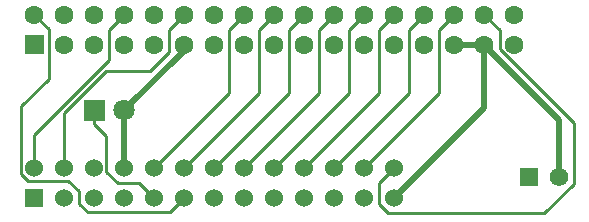
<source format=gbl>
G04 Layer: BottomLayer*
G04 EasyEDA v6.5.5, 2022-06-09 08:05:29*
G04 69c24ae5296d417eb78979a02e7a08e9,9bf960991b9d4efa812b5d32ee5e6833,10*
G04 Gerber Generator version 0.2*
G04 Scale: 100 percent, Rotated: No, Reflected: No *
G04 Dimensions in millimeters *
G04 leading zeros omitted , absolute positions ,4 integer and 5 decimal *
%FSLAX45Y45*%
%MOMM*%

%ADD10C,0.2540*%
%ADD11C,0.5080*%
%ADD13C,1.8000*%
%ADD16C,1.6000*%
%ADD18C,1.5240*%
%ADD19R,1.5748X1.5748*%
%ADD20C,1.5748*%

%LPD*%
D10*
X1419862Y7446977D02*
G01*
X1419862Y7725006D01*
X2055878Y8361022D01*
X2055878Y8619975D01*
X2182878Y8746975D01*
X1673862Y7446977D02*
G01*
X1673862Y7912585D01*
X2029132Y8267854D01*
X2400378Y8267854D01*
X2563878Y8431354D01*
X2563878Y8619975D01*
X2690878Y8746975D01*
D11*
X5864862Y7374384D02*
G01*
X5864862Y7858991D01*
X5230878Y8492975D01*
X2181862Y7446977D02*
G01*
X2181862Y7934962D01*
X2184402Y7937502D01*
X4467862Y7192977D02*
G01*
X5230878Y7955993D01*
X5230878Y8492975D01*
X5230878Y8492975D02*
G01*
X4976878Y8492975D01*
X2690878Y8492975D02*
G01*
X2690878Y8443978D01*
X2184402Y7937502D01*
D10*
X1930402Y7819595D02*
G01*
X2032891Y7717106D01*
X2032891Y7417437D01*
X2130198Y7320130D01*
X2308710Y7320130D01*
X2435862Y7192977D01*
X1930402Y7937502D02*
G01*
X1930402Y7819595D01*
X2435862Y7446977D02*
G01*
X3071878Y8082993D01*
X3071878Y8619975D01*
X3198878Y8746975D01*
X2689862Y7446977D02*
G01*
X3325878Y8082993D01*
X3325878Y8619975D01*
X3452878Y8746975D01*
X2943862Y7446977D02*
G01*
X3579878Y8082993D01*
X3579878Y8619975D01*
X3706878Y8746975D01*
X3197862Y7446977D02*
G01*
X3833878Y8082993D01*
X3833878Y8619975D01*
X3960878Y8746975D01*
X3451862Y7446977D02*
G01*
X4087878Y8082993D01*
X4087878Y8619975D01*
X4214878Y8746975D01*
X3705862Y7446977D02*
G01*
X4341878Y8082993D01*
X4341878Y8619975D01*
X4468878Y8746975D01*
X3959862Y7446977D02*
G01*
X4595878Y8082993D01*
X4595878Y8619975D01*
X4722878Y8746975D01*
X4213862Y7446977D02*
G01*
X4849649Y8082765D01*
X4849649Y8619746D01*
X4976878Y8746975D01*
X4467862Y7446977D02*
G01*
X4340862Y7319977D01*
X4340862Y7142507D01*
X4419424Y7063945D01*
X5734154Y7063945D01*
X5987874Y7317666D01*
X5987874Y7832981D01*
X5361688Y8459167D01*
X5361688Y8616165D01*
X5230878Y8746975D01*
X2689862Y7192977D02*
G01*
X2570482Y7073597D01*
X1875436Y7073597D01*
X1800862Y7148172D01*
X1800862Y7250788D01*
X1711048Y7340602D01*
X1369037Y7340602D01*
X1312953Y7396685D01*
X1312953Y7974789D01*
X1544068Y8205904D01*
X1544068Y8623785D01*
X1420878Y8746975D01*
D13*
G01*
X2184400Y7937500D03*
G36*
X1840400Y8027499D02*
G01*
X2020399Y8027499D01*
X2020399Y7847500D01*
X1840400Y7847500D01*
G37*
G36*
X1340876Y8572982D02*
G01*
X1500875Y8572982D01*
X1500875Y8412982D01*
X1340876Y8412982D01*
G37*
D16*
G01*
X1420876Y8746982D03*
G01*
X1674876Y8492982D03*
G01*
X1674876Y8746982D03*
G01*
X1928876Y8492982D03*
G01*
X1928876Y8746982D03*
G01*
X2182875Y8492982D03*
G01*
X2182875Y8746982D03*
G01*
X2436875Y8492982D03*
G01*
X2436875Y8746982D03*
G01*
X2690875Y8492982D03*
G01*
X2690875Y8746982D03*
G01*
X2944875Y8492982D03*
G01*
X2944875Y8746982D03*
G01*
X3198875Y8492982D03*
G01*
X3198875Y8746982D03*
G01*
X3452875Y8492982D03*
G01*
X3452875Y8746982D03*
G01*
X3706875Y8492982D03*
G01*
X3706875Y8746982D03*
G01*
X3960875Y8492982D03*
G01*
X3960875Y8746982D03*
G01*
X4214875Y8492982D03*
G01*
X4214875Y8746982D03*
G01*
X4468875Y8492982D03*
G01*
X4468875Y8746982D03*
G01*
X4722875Y8492982D03*
G01*
X4722875Y8746982D03*
G01*
X4976875Y8492982D03*
G01*
X4976875Y8746982D03*
G01*
X5230875Y8492982D03*
G01*
X5230875Y8746982D03*
G01*
X5484875Y8492982D03*
G01*
X5484875Y8746982D03*
G36*
X1343660Y7269185D02*
G01*
X1496060Y7269185D01*
X1496060Y7116785D01*
X1343660Y7116785D01*
G37*
D18*
G01*
X1419860Y7446985D03*
G01*
X1673860Y7192985D03*
G01*
X1673860Y7446985D03*
G01*
X1927860Y7192985D03*
G01*
X1927860Y7446985D03*
G01*
X2181859Y7192985D03*
G01*
X2181859Y7446985D03*
G01*
X2435859Y7192985D03*
G01*
X2435859Y7446985D03*
G01*
X2689859Y7192985D03*
G01*
X2689859Y7446985D03*
G01*
X2943859Y7192985D03*
G01*
X2943859Y7446985D03*
G01*
X3197859Y7192985D03*
G01*
X3197859Y7446985D03*
G01*
X3451859Y7192985D03*
G01*
X3451859Y7446985D03*
G01*
X3705859Y7192985D03*
G01*
X3705859Y7446985D03*
G01*
X3959859Y7192985D03*
G01*
X3959859Y7446985D03*
G01*
X4213859Y7192985D03*
G01*
X4213859Y7446985D03*
G01*
X4467859Y7192985D03*
G01*
X4467859Y7446985D03*
D19*
G01*
X5610859Y7374381D03*
D20*
G01*
X5864859Y7374381D03*
M02*

</source>
